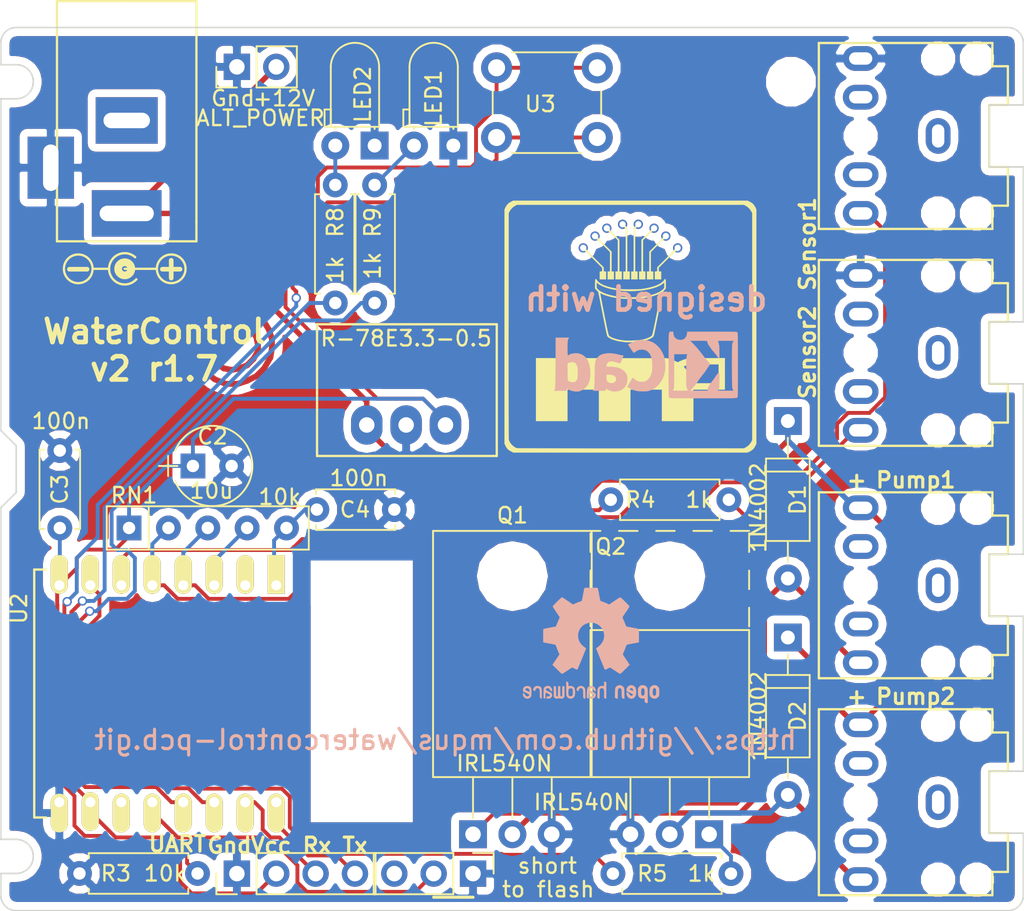
<source format=kicad_pcb>
(kicad_pcb (version 4) (host pcbnew 4.0.6)
  (title_block (title "P2-WaterControl v2") (date 2017-05-04) (rev 1.7))
  (layers (0 F.Cu signal) (31 B.Cu signal) (34 B.Paste user hide) (35 F.Paste user hide) (36 B.SilkS user) (37 F.SilkS user) (38 B.Mask user) (39 F.Mask user) (44 Edge.Cuts user))
  (net 0 "")
  (net 1 GNDREF)
  (net 2 "Net-(C4-Pad2)")
  (net 3 /GPIO0)
  (net 4 /RXD0)
  (net 5 /TXD0)
  (net 6 /ctl1)
  (net 7 /ctl2)
  (net 8 "Net-(Q1-Pad1)")
  (net 9 "Net-(Q2-Pad1)")
  (net 10 /ctl3)
  (net 11 /ctl4)
  (net 12 "Net-(J1-Pad3)")
  (net 13 "Net-(J2-Pad3)")
  (net 14 "Net-(J5-Pad1)")
  (net 15 "Net-(J5-Pad5)")
  (net 16 "Net-(J5-Pad4)")
  (net 17 "Net-(J6-Pad1)")
  (net 18 "Net-(J6-Pad5)")
  (net 19 "Net-(J6-Pad4)")
  (net 20 "Net-(J7-Pad1)")
  (net 21 "Net-(J7-Pad5)")
  (net 22 "Net-(J7-Pad4)")
  (net 23 "Net-(J8-Pad1)")
  (net 24 "Net-(J8-Pad5)")
  (net 25 "Net-(J8-Pad4)")
  (net 26 "Net-(U2-Pad2)")
  (net 27 +3V3)
  (net 28 /led2)
  (net 29 /led1)
  (net 30 "Net-(U2-Pad11)")
  (net 31 /pump1)
  (net 32 /pump2)
  (net 33 "Net-(LED1-Pad2)")
  (net 34 "Net-(LED2-Pad2)")
  (net 35 /wifi-sw)
  (net 36 +12V)
  (net 37 "Net-(RN1-Pad4)")
  (module Resistors_THT:R_Array_SIP5 (layer F.Cu) (at 38.28 52.3)
    (fp_text reference RN1 (at 0.32 -2.1) (layer F.SilkS))
    (fp_text value 10k (at 9.72 -2) (layer F.SilkS))
    (pad 1 thru_hole rect (at 0 0) (size 1.6 1.6) (drill 0.8) (layers *.Cu *.Mask) (net 27 +3V3))
    (pad 2 thru_hole oval (at 2.54 0) (size 1.6 1.6) (drill 0.8) (layers *.Cu *.Mask) (net 7 /ctl2))
    (pad 3 thru_hole oval (at 5.08 0) (size 1.6 1.6) (drill 0.8) (layers *.Cu *.Mask) (net 6 /ctl1))
    (pad 4 thru_hole oval (at 7.62 0) (size 1.6 1.6) (drill 0.8) (layers *.Cu *.Mask) (net 37 "Net-(RN1-Pad4)"))
    (pad 5 thru_hole oval (at 10.16 0) (size 1.6 1.6) (drill 0.8) (layers *.Cu *.Mask) (net 2 "Net-(C4-Pad2)"))
  )
  (module Symbols:Symbol_CreativeCommons_CopperTop_Type2_Small (layer F.Cu) (at 34 40.5)
    (fp_text reference REF** hide)
    (fp_text value Symbol_CreativeCommons_CopperTop_Type2_Small)
    (fp_line (start 1.7502 -0.9001) (end 1.65114 -0.99916) (layer F.Cu) (width 0.381))
    (fp_line (start 1.65114 -0.99916) (end 1.45048 -1.10076) (layer F.Cu) (width 0.381))
    (fp_line (start 1.45048 -1.10076) (end 1.15076 -1.10076) (layer F.Cu) (width 0.381))
    (fp_line (start 1.15076 -1.10076) (end 0.85104 -0.99916) (layer F.Cu) (width 0.381))
    (fp_line (start 0.85104 -0.99916) (end 0.65038 -0.60038) (layer F.Cu) (width 0.381))
    (fp_line (start 0.65038 -0.60038) (end 0.54878 -0.1) (layer F.Cu) (width 0.381))
    (fp_line (start 0.54878 -0.1) (end 0.54878 0.29878) (layer F.Cu) (width 0.381))
    (fp_line (start 0.54878 0.29878) (end 0.74944 0.7001) (layer F.Cu) (width 0.381))
    (fp_line (start 0.74944 0.7001) (end 1.15076 0.90076) (layer F.Cu) (width 0.381))
    (fp_line (start 1.15076 0.90076) (end 1.34888 0.90076) (layer F.Cu) (width 0.381))
    (fp_line (start 1.34888 0.90076) (end 1.65114 0.90076) (layer F.Cu) (width 0.381))
    (fp_line (start 1.65114 0.90076) (end 1.7502 0.7001) (layer F.Cu) (width 0.381))
    (fp_line (start -0.24878 -0.9001) (end -0.35038 -0.99916) (layer F.Cu) (width 0.381))
    (fp_line (start -0.35038 -0.99916) (end -0.6501 -1.10076) (layer F.Cu) (width 0.381))
    (fp_line (start -0.6501 -1.10076) (end -1.04888 -0.99916) (layer F.Cu) (width 0.381))
    (fp_line (start -1.04888 -0.99916) (end -1.35114 -0.80104) (layer F.Cu) (width 0.381))
    (fp_line (start -1.35114 -0.80104) (end -1.4502 -0.39972) (layer F.Cu) (width 0.381))
    (fp_line (start -1.4502 -0.39972) (end -1.4502 -0.00094) (layer F.Cu) (width 0.381))
    (fp_line (start -1.4502 -0.00094) (end -1.35114 0.49944) (layer F.Cu) (width 0.381))
    (fp_line (start -1.35114 0.49944) (end -1.15048 0.79916) (layer F.Cu) (width 0.381))
    (fp_line (start -1.15048 0.79916) (end -0.85076 0.90076) (layer F.Cu) (width 0.381))
    (fp_line (start -0.85076 0.90076) (end -0.44944 0.90076) (layer F.Cu) (width 0.381))
    (fp_line (start -0.44944 0.90076) (end -0.24878 0.7001) (layer F.Cu) (width 0.381))
    (fp_line (start 0.15 -2.59936) (end 0.05094 -2.59936) (layer F.Cu) (width 0.381))
    (fp_line (start 0.05094 -2.59936) (end -0.55104 -2.5003) (layer F.Cu) (width 0.381))
    (fp_line (start -0.55104 -2.5003) (end -1.04888 -2.29964) (layer F.Cu) (width 0.381))
    (fp_line (start -1.04888 -2.29964) (end -1.54926 -1.90086) (layer F.Cu) (width 0.381))
    (fp_line (start -1.54926 -1.90086) (end -2.04964 -1.29888) (layer F.Cu) (width 0.381))
    (fp_line (start -2.04964 -1.29888) (end -2.2503 -0.9001) (layer F.Cu) (width 0.381))
    (fp_line (start -2.2503 -0.9001) (end -2.34936 -0.39972) (layer F.Cu) (width 0.381))
    (fp_line (start -2.34936 -0.39972) (end -2.34936 0.19972) (layer F.Cu) (width 0.381))
    (fp_line (start -2.34936 0.19972) (end -2.15124 0.99982) (layer F.Cu) (width 0.381))
    (fp_line (start -2.15124 0.99982) (end -1.54926 1.70086) (layer F.Cu) (width 0.381))
    (fp_line (start -1.54926 1.70086) (end -1.04888 2.09964) (layer F.Cu) (width 0.381))
    (fp_line (start -1.04888 2.09964) (end -0.35038 2.39936) (layer F.Cu) (width 0.381))
    (fp_line (start -0.35038 2.39936) (end 0.44972 2.39936) (layer F.Cu) (width 0.381))
    (fp_line (start 0.44972 2.39936) (end 1.04916 2.20124) (layer F.Cu) (width 0.381))
    (fp_line (start 1.04916 2.20124) (end 1.65114 1.89898) (layer F.Cu) (width 0.381))
    (fp_line (start 1.65114 1.89898) (end 2.14898 1.40114) (layer F.Cu) (width 0.381))
    (fp_line (start 2.14898 1.40114) (end 2.5503 0.7001) (layer F.Cu) (width 0.381))
    (fp_line (start 2.5503 0.7001) (end 2.64936 0.10066) (layer F.Cu) (width 0.381))
    (fp_line (start 2.64936 0.10066) (end 2.64936 -0.49878) (layer F.Cu) (width 0.381))
    (fp_line (start 2.64936 -0.49878) (end 2.45124 -1.10076) (layer F.Cu) (width 0.381))
    (fp_line (start 2.45124 -1.10076) (end 2.14898 -1.60114) (layer F.Cu) (width 0.381))
    (fp_line (start 2.14898 -1.60114) (end 1.65114 -2.09898) (layer F.Cu) (width 0.381))
    (fp_line (start 1.65114 -2.09898) (end 1.15076 -2.40124) (layer F.Cu) (width 0.381))
    (fp_line (start 1.15076 -2.40124) (end 0.74944 -2.5003) (layer F.Cu) (width 0.381))
    (fp_line (start 0.74944 -2.5003) (end 0.15 -2.59936) (layer F.Cu) (width 0.381))
  )
  (module Symbols:Symbol_CC-ShareAlike_CopperTop_Small (layer F.Cu) (at 45 40.5)
    (fp_text reference REF** hide)
    (fp_text value Symbol_CC-ShareAlike_CopperTop_Small)
    (fp_line (start -1.09982 1.19888) (end -0.59944 1.50114) (layer F.Cu) (width 0.381))
    (fp_line (start -0.59944 1.50114) (end -0.09906 1.6002) (layer F.Cu) (width 0.381))
    (fp_line (start -0.09906 1.6002) (end 0.39878 1.50114) (layer F.Cu) (width 0.381))
    (fp_line (start 0.39878 1.50114) (end 0.89916 1.30048) (layer F.Cu) (width 0.381))
    (fp_line (start 0.89916 1.30048) (end 1.30048 0.89916) (layer F.Cu) (width 0.381))
    (fp_line (start 1.30048 0.89916) (end 1.6002 0.39878) (layer F.Cu) (width 0.381))
    (fp_line (start 1.6002 0.39878) (end 1.6002 0) (layer F.Cu) (width 0.381))
    (fp_line (start 1.6002 0) (end 1.50114 -0.50038) (layer F.Cu) (width 0.381))
    (fp_line (start 1.50114 -0.50038) (end 1.19888 -1.00076) (layer F.Cu) (width 0.381))
    (fp_line (start 1.19888 -1.00076) (end 0.89916 -1.30048) (layer F.Cu) (width 0.381))
    (fp_line (start 0.89916 -1.30048) (end 0.29972 -1.6002) (layer F.Cu) (width 0.381))
    (fp_line (start 0.29972 -1.6002) (end -0.09906 -1.6002) (layer F.Cu) (width 0.381))
    (fp_line (start -0.09906 -1.6002) (end -0.50038 -1.50114) (layer F.Cu) (width 0.381))
    (fp_line (start -0.50038 -1.50114) (end -1.00076 -1.30048) (layer F.Cu) (width 0.381))
    (fp_line (start 0 -2.49936) (end -0.09906 -2.49936) (layer F.Cu) (width 0.381))
    (fp_line (start -0.09906 -2.49936) (end -0.70104 -2.4003) (layer F.Cu) (width 0.381))
    (fp_line (start -0.70104 -2.4003) (end -1.19888 -2.19964) (layer F.Cu) (width 0.381))
    (fp_line (start -1.19888 -2.19964) (end -1.69926 -1.80086) (layer F.Cu) (width 0.381))
    (fp_line (start -1.69926 -1.80086) (end -2.19964 -1.19888) (layer F.Cu) (width 0.381))
    (fp_line (start -2.19964 -1.19888) (end -2.4003 -0.8001) (layer F.Cu) (width 0.381))
    (fp_line (start -2.4003 -0.8001) (end -2.49936 -0.29972) (layer F.Cu) (width 0.381))
    (fp_line (start -2.49936 -0.29972) (end -2.49936 0.29972) (layer F.Cu) (width 0.381))
    (fp_line (start -2.49936 0.29972) (end -2.30124 1.09982) (layer F.Cu) (width 0.381))
    (fp_line (start -2.30124 1.09982) (end -1.69926 1.80086) (layer F.Cu) (width 0.381))
    (fp_line (start -1.69926 1.80086) (end -1.19888 2.19964) (layer F.Cu) (width 0.381))
    (fp_line (start -1.19888 2.19964) (end -0.50038 2.49936) (layer F.Cu) (width 0.381))
    (fp_line (start -0.50038 2.49936) (end 0.29972 2.49936) (layer F.Cu) (width 0.381))
    (fp_line (start 0.29972 2.49936) (end 0.89916 2.30124) (layer F.Cu) (width 0.381))
    (fp_line (start 0.89916 2.30124) (end 1.50114 1.99898) (layer F.Cu) (width 0.381))
    (fp_line (start 1.50114 1.99898) (end 1.99898 1.50114) (layer F.Cu) (width 0.381))
    (fp_line (start 1.99898 1.50114) (end 2.4003 0.8001) (layer F.Cu) (width 0.381))
    (fp_line (start 2.4003 0.8001) (end 2.49936 0.20066) (layer F.Cu) (width 0.381))
    (fp_line (start 2.49936 0.20066) (end 2.49936 -0.39878) (layer F.Cu) (width 0.381))
    (fp_line (start 2.49936 -0.39878) (end 2.30124 -1.00076) (layer F.Cu) (width 0.381))
    (fp_line (start 2.30124 -1.00076) (end 1.99898 -1.50114) (layer F.Cu) (width 0.381))
    (fp_line (start 1.99898 -1.50114) (end 1.50114 -1.99898) (layer F.Cu) (width 0.381))
    (fp_line (start 1.50114 -1.99898) (end 1.00076 -2.30124) (layer F.Cu) (width 0.381))
    (fp_line (start 1.00076 -2.30124) (end 0.59944 -2.4003) (layer F.Cu) (width 0.381))
    (fp_line (start 0.59944 -2.4003) (end 0 -2.49936) (layer F.Cu) (width 0.381))
  )
  (module Symbols:Symbol_CC-Attribution_CopperTop_Small (layer F.Cu) (at 39.5 40.5)
    (fp_text reference REF** hide)
    (fp_text value Symbol_CC-Attribution_CopperTop_Small)
    (fp_line (start 0 -1.89992) (end 0 -1.50114) (layer F.Cu) (width 0.381))
    (fp_line (start -0.70104 -0.70104) (end 0.59944 -0.70104) (layer F.Cu) (width 0.381))
    (fp_line (start 0.50038 -0.39878) (end -0.70104 -0.39878) (layer F.Cu) (width 0.381))
    (fp_line (start -0.8001 -0.09906) (end 0.50038 -0.09906) (layer F.Cu) (width 0.381))
    (fp_line (start 0 0.29972) (end 0 1.6002) (layer F.Cu) (width 0.381))
    (fp_line (start 0.09906 1.80086) (end 0.29972 1.80086) (layer F.Cu) (width 0.381))
    (fp_line (start 0.29972 1.80086) (end 0.29972 0.20066) (layer F.Cu) (width 0.381))
    (fp_line (start -0.29972 0.29972) (end -0.29972 1.80086) (layer F.Cu) (width 0.381))
    (fp_line (start -0.29972 1.80086) (end 0.20066 1.80086) (layer F.Cu) (width 0.381))
    (fp_line (start -0.8001 -1.00076) (end 0.70104 -1.00076) (layer F.Cu) (width 0.381))
    (fp_line (start 0.70104 -1.00076) (end 0.70104 0.20066) (layer F.Cu) (width 0.381))
    (fp_line (start 0.70104 0.20066) (end -0.8001 0.20066) (layer F.Cu) (width 0.381))
    (fp_line (start -0.8001 0.20066) (end -0.8001 -1.00076) (layer F.Cu) (width 0.381))
    (fp_circle (center 0 -1.69926) (end 0.09906 -1.39954) (layer F.Cu) (width 0.381))
    (fp_line (start 0 -2.49936) (end -0.09906 -2.49936) (layer F.Cu) (width 0.381))
    (fp_line (start -0.09906 -2.49936) (end -0.70104 -2.4003) (layer F.Cu) (width 0.381))
    (fp_line (start -0.70104 -2.4003) (end -1.19888 -2.19964) (layer F.Cu) (width 0.381))
    (fp_line (start -1.19888 -2.19964) (end -1.69926 -1.80086) (layer F.Cu) (width 0.381))
    (fp_line (start -1.69926 -1.80086) (end -2.19964 -1.19888) (layer F.Cu) (width 0.381))
    (fp_line (start -2.19964 -1.19888) (end -2.4003 -0.8001) (layer F.Cu) (width 0.381))
    (fp_line (start -2.4003 -0.8001) (end -2.49936 -0.29972) (layer F.Cu) (width 0.381))
    (fp_line (start -2.49936 -0.29972) (end -2.49936 0.29972) (layer F.Cu) (width 0.381))
    (fp_line (start -2.49936 0.29972) (end -2.30124 1.09982) (layer F.Cu) (width 0.381))
    (fp_line (start -2.30124 1.09982) (end -1.69926 1.80086) (layer F.Cu) (width 0.381))
    (fp_line (start -1.69926 1.80086) (end -1.19888 2.19964) (layer F.Cu) (width 0.381))
    (fp_line (start -1.19888 2.19964) (end -0.50038 2.49936) (layer F.Cu) (width 0.381))
    (fp_line (start -0.50038 2.49936) (end 0.29972 2.49936) (layer F.Cu) (width 0.381))
    (fp_line (start 0.29972 2.49936) (end 0.89916 2.30124) (layer F.Cu) (width 0.381))
    (fp_line (start 0.89916 2.30124) (end 1.50114 1.99898) (layer F.Cu) (width 0.381))
    (fp_line (start 1.50114 1.99898) (end 1.99898 1.50114) (layer F.Cu) (width 0.381))
    (fp_line (start 1.99898 1.50114) (end 2.4003 0.8001) (layer F.Cu) (width 0.381))
    (fp_line (start 2.4003 0.8001) (end 2.49936 0.20066) (layer F.Cu) (width 0.381))
    (fp_line (start 2.49936 0.20066) (end 2.49936 -0.39878) (layer F.Cu) (width 0.381))
    (fp_line (start 2.49936 -0.39878) (end 2.30124 -1.00076) (layer F.Cu) (width 0.381))
    (fp_line (start 2.30124 -1.00076) (end 1.99898 -1.50114) (layer F.Cu) (width 0.381))
    (fp_line (start 1.99898 -1.50114) (end 1.50114 -1.99898) (layer F.Cu) (width 0.381))
    (fp_line (start 1.50114 -1.99898) (end 1.00076 -2.30124) (layer F.Cu) (width 0.381))
    (fp_line (start 1.00076 -2.30124) (end 0.59944 -2.4003) (layer F.Cu) (width 0.381))
    (fp_line (start 0.59944 -2.4003) (end 0 -2.49936) (layer F.Cu) (width 0.381))
  )
  (module Symbols:OSHW-Logo2_9.8x8mm_SilkScreen (layer B.Cu) (at 68.1 59.878 180)
    (fp_text reference REF*** hide)
    (fp_text value OSHW-Logo2_9.8x8mm_SilkScreen hide)
  )
  (module Symbols:Symbol_KiCAD-Logo_CopperAndSilkScreenTop (layer B.Cu) (at 71.656 41.59 180)
    (fp_text reference REF** hide)
    (fp_text value "KiCAD Logo" hide)
  )
  (module Symbols:Symbol_Barrel_Polarity (layer F.Cu) (at 38 35.5)
    (fp_text reference REF** hide)
    (fp_text value Symbol_Barrel_Polarity)
  )
  (module TO_SOT_Packages_THT:TO-220_Horizontal_Reversed (layer F.Cu) (at 75.72 72.07 180)
    (fp_text reference Q2 (at 6.35 18.565 180) (layer F.SilkS))
    (fp_text value IRL540N (at 8.22 2.07 180) (layer F.SilkS))
    (pad 0 np_thru_hole oval (at 2.54 16.66 180) (size 3.5 3.5) (drill 3.5) (layers *.Cu *.Mask))
    (pad 1 thru_hole rect (at 0 0 180) (size 1.8 1.8) (drill 1) (layers *.Cu *.Mask) (net 9 "Net-(Q2-Pad1)"))
    (pad 2 thru_hole oval (at 2.54 0 180) (size 1.8 1.8) (drill 1) (layers *.Cu *.Mask) (net 32 /pump2))
    (pad 3 thru_hole oval (at 5.08 0 180) (size 1.8 1.8) (drill 1) (layers *.Cu *.Mask) (net 1 GNDREF))
  )
  (module TO_SOT_Packages_THT:TO-220_Horizontal (layer F.Cu) (at 60.48 72.07)
    (fp_text reference Q1 (at 2.54 -20.58) (layer F.SilkS))
    (fp_text value IRL540N (at 2.02 -4.57) (layer F.SilkS))
    (pad 0 np_thru_hole oval (at 2.54 -16.66) (size 3.5 3.5) (drill 3.5) (layers *.Cu *.Mask))
    (pad 1 thru_hole rect (at 0 0) (size 1.8 1.8) (drill 1) (layers *.Cu *.Mask) (net 8 "Net-(Q1-Pad1)"))
    (pad 2 thru_hole oval (at 2.54 0) (size 1.8 1.8) (drill 1) (layers *.Cu *.Mask) (net 31 /pump1))
    (pad 3 thru_hole oval (at 5.08 0) (size 1.8 1.8) (drill 1) (layers *.Cu *.Mask) (net 1 GNDREF))
  )
  (module Mounting_Holes:MountingHole_2.2mm_M2_DIN965 (layer F.Cu) (at 81 73.5)
    (fp_text reference REF** hide)
    (fp_text value MountingHole_2.2mm_M2_DIN965)
    (pad 1 np_thru_hole circle (at 0 0) (size 2.2 2.2) (drill 2.2) (layers *.Cu *.Mask))
  )
  (module Mounting_Holes:MountingHole_2.2mm_M2_DIN965 (layer F.Cu) (at 81 23.5)
    (fp_text reference REF** hide)
    (fp_text value MountingHole_2.2mm_M2_DIN965)
    (pad 1 np_thru_hole circle (at 0 0) (size 2.2 2.2) (drill 2.2) (layers *.Cu *.Mask))
  )
  (module myfootprints:Barrel_Jack_5.5_2.1mm (layer F.Cu) (at 38.128 26 270)
    (fp_text reference J1)
    (fp_text value BARREL_JACK hide)
    (pad 3 thru_hole rect (at 0 0 270) (size 3 4) (drill oval 1 3) (layers *.Cu *.Mask) (net 12 "Net-(J1-Pad3)"))
    (pad 2 thru_hole rect (at 3.05 4.9 270) (size 4 3) (drill oval 3 1) (layers *.Cu *.Mask) (net 1 GNDREF))
    (pad 1 thru_hole rect (at 6 0 270) (size 3 4.5) (drill oval 1 3.5) (layers *.Cu *.Mask) (net 36 +12V))
  )
  (module Resistors_THT:R_Axial_DIN0207_L6.3mm_D2.5mm_P7.62mm_Horizontal (layer F.Cu) (at 77.12863 74.61 180)
    (fp_text reference R5 (at 5.08 0 180) (layer F.SilkS))
    (fp_text value 1k (at 1.905 0 180) (layer F.SilkS))
    (pad 1 thru_hole circle (at 0 0 180) (size 1.6 1.6) (drill 0.8) (layers *.Cu *.Mask) (net 9 "Net-(Q2-Pad1)"))
    (pad 2 thru_hole oval (at 7.62 0 180) (size 1.6 1.6) (drill 0.8) (layers *.Cu *.Mask) (net 11 /ctl4))
  )
  (module Resistors_THT:R_Axial_DIN0207_L6.3mm_D2.5mm_P7.62mm_Horizontal (layer F.Cu) (at 76.99 50.48 180)
    (fp_text reference R4 (at 5.715 0 180) (layer F.SilkS))
    (fp_text value 1k (at 1.905 0 180) (layer F.SilkS))
    (pad 1 thru_hole circle (at 0 0 180) (size 1.6 1.6) (drill 0.8) (layers *.Cu *.Mask) (net 8 "Net-(Q1-Pad1)"))
    (pad 2 thru_hole oval (at 7.62 0 180) (size 1.6 1.6) (drill 0.8) (layers *.Cu *.Mask) (net 10 /ctl3))
  )
  (module Resistors_THT:R_Axial_DIN0207_L6.3mm_D2.5mm_P7.62mm_Horizontal (layer F.Cu) (at 35.08 74.6)
    (fp_text reference R3 (at 2.35 0) (layer F.SilkS))
    (fp_text value 10k (at 5.525 0) (layer F.SilkS))
    (pad 1 thru_hole circle (at 0 0) (size 1.6 1.6) (drill 0.8) (layers *.Cu *.Mask) (net 1 GNDREF))
    (pad 2 thru_hole oval (at 7.62 0) (size 1.6 1.6) (drill 0.8) (layers *.Cu *.Mask) (net 35 /wifi-sw))
  )
  (module Pin_Headers:Pin_Header_Straight_1x02_Pitch2.54mm (layer F.Cu) (at 45.24 22.54 90)
    (fp_text reference J4)
    (fp_text value ALT_POWER (at -3.302 1.524 180) (layer F.SilkS))
    (pad 1 thru_hole rect (at 0 0 90) (size 1.7 1.7) (drill 1) (layers *.Cu *.Mask) (net 1 GNDREF))
    (pad 2 thru_hole oval (at 0 2.54 90) (size 1.7 1.7) (drill 1) (layers *.Cu *.Mask) (net 36 +12V))
  )
  (module Pin_Headers:Pin_Header_Straight_1x04_Pitch2.54mm (layer F.Cu) (at 45.24 74.61 90)
    (fp_text reference J3 hide)
    (fp_text value UART)
    (pad 1 thru_hole rect (at 0 0 90) (size 1.7 1.7) (drill 1) (layers *.Cu *.Mask) (net 1 GNDREF))
    (pad 2 thru_hole oval (at 0 2.54 90) (size 1.7 1.7) (drill 1) (layers *.Cu *.Mask) (net 27 +3V3))
    (pad 3 thru_hole oval (at 0 5.08 90) (size 1.7 1.7) (drill 1) (layers *.Cu *.Mask) (net 4 /RXD0))
    (pad 4 thru_hole oval (at 0 7.62 90) (size 1.7 1.7) (drill 1) (layers *.Cu *.Mask) (net 5 /TXD0))
  )
  (module Pin_Headers:Pin_Header_Straight_1x03_Pitch2.54mm (layer F.Cu) (at 60.48 74.61 270)
    (fp_text reference J2 hide)
    (fp_text value FLASH_JMP)
    (pad 1 thru_hole rect (at 0 0 270) (size 1.7 1.7) (drill 1) (layers *.Cu *.Mask) (net 1 GNDREF))
    (pad 2 thru_hole oval (at 0 2.54 270) (size 1.7 1.7) (drill 1) (layers *.Cu *.Mask) (net 3 /GPIO0))
    (pad 3 thru_hole oval (at 0 5.08 270) (size 1.7 1.7) (drill 1) (layers *.Cu *.Mask) (net 13 "Net-(J2-Pad3)"))
  )
  (module Diodes_THT:D_A-405_P10.16mm_Horizontal (layer F.Cu) (at 80.8 59.37 270)
    (fp_text reference D2 (at 5.08 -0.635 270) (layer F.SilkS))
    (fp_text value 1N4002 (at 5.08 1.905 270) (layer F.SilkS))
    (pad 1 thru_hole rect (at 0 0 270) (size 1.8 1.8) (drill 0.9) (layers *.Cu *.Mask) (net 36 +12V))
    (pad 2 thru_hole oval (at 10.16 0 270) (size 1.8 1.8) (drill 0.9) (layers *.Cu *.Mask) (net 32 /pump2))
  )
  (module Capacitors_THT:C_Disc_D5.0mm_W2.5mm_P5.00mm (layer F.Cu) (at 55.4 51.115 180)
    (fp_text reference C4 (at 2.54 0 180) (layer F.SilkS))
    (fp_text value 100n (at 2.286 2.032 180) (layer F.SilkS))
    (pad 1 thru_hole circle (at 0 0 180) (size 1.6 1.6) (drill 0.8) (layers *.Cu *.Mask) (net 1 GNDREF))
    (pad 2 thru_hole circle (at 5 0 180) (size 1.6 1.6) (drill 0.8) (layers *.Cu *.Mask) (net 2 "Net-(C4-Pad2)"))
  )
  (module Capacitors_THT:C_Disc_D5.0mm_W2.5mm_P5.00mm (layer F.Cu) (at 33.81 47.305 270)
    (fp_text reference C3 (at 2.5 0 270) (layer F.SilkS))
    (fp_text value 100n (at -1.905 -0.075 360) (layer F.SilkS))
    (pad 1 thru_hole circle (at 0 0 270) (size 1.6 1.6) (drill 0.8) (layers *.Cu *.Mask) (net 1 GNDREF))
    (pad 2 thru_hole circle (at 5 0 270) (size 1.6 1.6) (drill 0.8) (layers *.Cu *.Mask) (net 27 +3V3))
  )
  (module Capacitors_THT:CP_Radial_Tantal_D5.0mm_P2.50mm (layer F.Cu) (at 42.4 48.3)
    (fp_text reference C2 (at 1.27 -1.905 180) (layer F.SilkS))
    (fp_text value 10u (at 1.2 1.6) (layer F.SilkS))
    (pad 1 thru_hole rect (at 0 0) (size 1.6 1.6) (drill 0.8) (layers *.Cu *.Mask) (net 27 +3V3))
    (pad 2 thru_hole circle (at 2.5 0) (size 1.6 1.6) (drill 0.8) (layers *.Cu *.Mask) (net 1 GNDREF))
  )
  (module Diodes_THT:D_A-405_P10.16mm_Horizontal (layer F.Cu) (at 80.8 45.4 270)
    (fp_text reference D1 (at 5.08 -0.635 270) (layer F.SilkS))
    (fp_text value 1N4002 (at 5.588 1.905 270) (layer F.SilkS))
    (pad 1 thru_hole rect (at 0 0 270) (size 1.8 1.8) (drill 0.9) (layers *.Cu *.Mask) (net 36 +12V))
    (pad 2 thru_hole oval (at 10.16 0 270) (size 1.8 1.8) (drill 0.9) (layers *.Cu *.Mask) (net 31 /pump1))
  )
  (module mylogos:mr_edge_pcbpot (layer F.Cu) (at 70.64 39.304)
    (fp_text reference G*** hide)
    (fp_text value MR_EDGE_PCBPOT hide)
  )
  (module Resistors_THT:R_Axial_DIN0207_L6.3mm_D2.5mm_P7.62mm_Horizontal (layer F.Cu) (at 51.59 37.78 90)
    (fp_text reference R8 (at 5.207 0 90) (layer F.SilkS))
    (fp_text value 1k (at 2.159 0 90) (layer F.SilkS))
    (pad 1 thru_hole circle (at 0 0 90) (size 1.6 1.6) (drill 0.8) (layers *.Cu *.Mask) (net 28 /led2))
    (pad 2 thru_hole oval (at 7.62 0 90) (size 1.6 1.6) (drill 0.8) (layers *.Cu *.Mask) (net 34 "Net-(LED2-Pad2)"))
  )
  (module Resistors_THT:R_Axial_DIN0207_L6.3mm_D2.5mm_P7.62mm_Horizontal (layer F.Cu) (at 54.13 37.78 90)
    (fp_text reference R9 (at 5.207 -0.127 90) (layer F.SilkS))
    (fp_text value 1k (at 2.413 -0.127 90) (layer F.SilkS))
    (pad 1 thru_hole circle (at 0 0 90) (size 1.6 1.6) (drill 0.8) (layers *.Cu *.Mask) (net 29 /led1))
    (pad 2 thru_hole oval (at 7.62 0 90) (size 1.6 1.6) (drill 0.8) (layers *.Cu *.Mask) (net 33 "Net-(LED1-Pad2)"))
  )
  (module Buttons_Switches_THT:SW_PUSH_6mm (layer F.Cu) (at 68.5 27.1 180)
    (fp_text reference U3 (at 3.683 2.159 180) (layer F.SilkS))
    (fp_text value Switch)
    (pad 2 thru_hole circle (at 0 4.5 270) (size 2 2) (drill 1.1) (layers *.Cu *.Mask) (net 27 +3V3))
    (pad 1 thru_hole circle (at 0 0 270) (size 2 2) (drill 1.1) (layers *.Cu *.Mask) (net 35 /wifi-sw))
    (pad 2 thru_hole circle (at 6.5 4.5 270) (size 2 2) (drill 1.1) (layers *.Cu *.Mask) (net 27 +3V3))
    (pad 1 thru_hole circle (at 6.5 0 270) (size 2 2) (drill 1.1) (layers *.Cu *.Mask) (net 35 /wifi-sw))
  )
  (module myfootprints:3.5mm_5pin_jack (layer F.Cu) (at 90.5 56 180)
    (fp_text reference J7)
    (fp_text value jack-3.5mm-5pin)
    (pad "" np_thru_hole circle (at 5 0 180) (size 1.2 1.2) (drill 1.2) (layers *.Cu))
    (pad "" np_thru_hole circle (at 0 5 180) (size 1.2 1.2) (drill 1.2) (layers *.Cu))
    (pad "" np_thru_hole circle (at -2.5 5 180) (size 1.2 1.2) (drill 1.2) (layers *.Cu))
    (pad "" np_thru_hole circle (at 0 -5 180) (size 1.2 1.2) (drill 1.2) (layers *.Cu))
    (pad 1 thru_hole oval (at 0 0 180) (size 1.6 2.3) (drill oval 0.8 1.5) (layers *.Cu *.Mask) (net 20 "Net-(J7-Pad1)"))
    (pad 3 thru_hole oval (at 5 -5 180) (size 2.3 1.6) (drill oval 1.5 0.8) (layers *.Cu *.Mask) (net 31 /pump1))
    (pad 5 thru_hole oval (at 5 -2.5 180) (size 2.3 1.6) (drill oval 1.5 0.8) (layers *.Cu *.Mask) (net 21 "Net-(J7-Pad5)"))
    (pad 4 thru_hole oval (at 5 2.5 180) (size 2.3 1.6) (drill oval 1.5 0.8) (layers *.Cu *.Mask) (net 22 "Net-(J7-Pad4)"))
    (pad 2 thru_hole oval (at 5 5 180) (size 2.3 1.6) (drill oval 1.5 0.8) (layers *.Cu *.Mask) (net 36 +12V))
    (pad "" np_thru_hole circle (at -2.5 -5 180) (size 1.2 1.2) (drill 1.2) (layers *.Cu))
  )
  (module myfootprints:3.5mm_5pin_jack (layer F.Cu) (at 90.5 27 180)
    (fp_text reference J5)
    (fp_text value jack-3.5mm-5pin)
    (pad "" np_thru_hole circle (at 5 0 180) (size 1.2 1.2) (drill 1.2) (layers *.Cu))
    (pad "" np_thru_hole circle (at 0 5 180) (size 1.2 1.2) (drill 1.2) (layers *.Cu))
    (pad "" np_thru_hole circle (at -2.5 5 180) (size 1.2 1.2) (drill 1.2) (layers *.Cu))
    (pad "" np_thru_hole circle (at 0 -5 180) (size 1.2 1.2) (drill 1.2) (layers *.Cu))
    (pad 1 thru_hole oval (at 0 0 180) (size 1.6 2.3) (drill oval 0.8 1.5) (layers *.Cu *.Mask) (net 14 "Net-(J5-Pad1)"))
    (pad 3 thru_hole oval (at 5 -5 180) (size 2.3 1.6) (drill oval 1.5 0.8) (layers *.Cu *.Mask) (net 6 /ctl1))
    (pad 5 thru_hole oval (at 5 -2.5 180) (size 2.3 1.6) (drill oval 1.5 0.8) (layers *.Cu *.Mask) (net 15 "Net-(J5-Pad5)"))
    (pad 4 thru_hole oval (at 5 2.5 180) (size 2.3 1.6) (drill oval 1.5 0.8) (layers *.Cu *.Mask) (net 16 "Net-(J5-Pad4)"))
    (pad 2 thru_hole oval (at 5 5 180) (size 2.3 1.6) (drill oval 1.5 0.8) (layers *.Cu *.Mask) (net 1 GNDREF))
    (pad "" np_thru_hole circle (at -2.5 -5 180) (size 1.2 1.2) (drill 1.2) (layers *.Cu))
  )
  (module myfootprints:3.5mm_5pin_jack (layer F.Cu) (at 90.5 41 180)
    (fp_text reference J6)
    (fp_text value jack-3.5mm-5pin)
    (pad "" np_thru_hole circle (at 5 0 180) (size 1.2 1.2) (drill 1.2) (layers *.Cu))
    (pad "" np_thru_hole circle (at 0 5 180) (size 1.2 1.2) (drill 1.2) (layers *.Cu))
    (pad "" np_thru_hole circle (at -2.5 5 180) (size 1.2 1.2) (drill 1.2) (layers *.Cu))
    (pad "" np_thru_hole circle (at 0 -5 180) (size 1.2 1.2) (drill 1.2) (layers *.Cu))
    (pad 1 thru_hole oval (at 0 0 180) (size 1.6 2.3) (drill oval 0.8 1.5) (layers *.Cu *.Mask) (net 17 "Net-(J6-Pad1)"))
    (pad 3 thru_hole oval (at 5 -5 180) (size 2.3 1.6) (drill oval 1.5 0.8) (layers *.Cu *.Mask) (net 7 /ctl2))
    (pad 5 thru_hole oval (at 5 -2.5 180) (size 2.3 1.6) (drill oval 1.5 0.8) (layers *.Cu *.Mask) (net 18 "Net-(J6-Pad5)"))
    (pad 4 thru_hole oval (at 5 2.5 180) (size 2.3 1.6) (drill oval 1.5 0.8) (layers *.Cu *.Mask) (net 19 "Net-(J6-Pad4)"))
    (pad 2 thru_hole oval (at 5 5 180) (size 2.3 1.6) (drill oval 1.5 0.8) (layers *.Cu *.Mask) (net 1 GNDREF))
    (pad "" np_thru_hole circle (at -2.5 -5 180) (size 1.2 1.2) (drill 1.2) (layers *.Cu))
  )
  (module myfootprints:3.5mm_5pin_jack (layer F.Cu) (at 90.5 70 180)
    (fp_text reference J8)
    (fp_text value jack-3.5mm-5pin)
    (pad "" np_thru_hole circle (at 5 0 180) (size 1.2 1.2) (drill 1.2) (layers *.Cu))
    (pad "" np_thru_hole circle (at 0 5 180) (size 1.2 1.2) (drill 1.2) (layers *.Cu))
    (pad "" np_thru_hole circle (at -2.5 5 180) (size 1.2 1.2) (drill 1.2) (layers *.Cu))
    (pad "" np_thru_hole circle (at 0 -5 180) (size 1.2 1.2) (drill 1.2) (layers *.Cu))
    (pad 1 thru_hole oval (at 0 0 180) (size 1.6 2.3) (drill oval 0.8 1.5) (layers *.Cu *.Mask) (net 23 "Net-(J8-Pad1)"))
    (pad 3 thru_hole oval (at 5 -5 180) (size 2.3 1.6) (drill oval 1.5 0.8) (layers *.Cu *.Mask) (net 32 /pump2))
    (pad 5 thru_hole oval (at 5 -2.5 180) (size 2.3 1.6) (drill oval 1.5 0.8) (layers *.Cu *.Mask) (net 24 "Net-(J8-Pad5)"))
    (pad 4 thru_hole oval (at 5 2.5 180) (size 2.3 1.6) (drill oval 1.5 0.8) (layers *.Cu *.Mask) (net 25 "Net-(J8-Pad4)"))
    (pad 2 thru_hole oval (at 5 5 180) (size 2.3 1.6) (drill oval 1.5 0.8) (layers *.Cu *.Mask) (net 36 +12V))
    (pad "" np_thru_hole circle (at -2.5 -5 180) (size 1.2 1.2) (drill 1.2) (layers *.Cu))
  )
  (module esp8266:ESP-12 (layer F.Cu) (at 47.78 56 270)
    (fp_text reference U2 (at 1.5 16.6 270) (layer F.SilkS))
    (fp_text value ESP-12)
    (pad 1 thru_hole rect (at 0 0 270) (size 2.5 1.1) (drill 0.65 (offset -0.7 0)) (layers *.Cu *.Mask F.SilkS) (net 2 "Net-(C4-Pad2)"))
    (pad 2 thru_hole oval (at 0 2 270) (size 2.5 1.1) (drill 0.65 (offset -0.7 0)) (layers *.Cu *.Mask F.SilkS) (net 26 "Net-(U2-Pad2)"))
    (pad 3 thru_hole oval (at 0 4 270) (size 2.5 1.1) (drill 0.65 (offset -0.7 0)) (layers *.Cu *.Mask F.SilkS) (net 37 "Net-(RN1-Pad4)"))
    (pad 4 thru_hole oval (at 0 6 270) (size 2.5 1.1) (drill 0.65 (offset -0.7 0)) (layers *.Cu *.Mask F.SilkS) (net 6 /ctl1))
    (pad 5 thru_hole oval (at 0 8 270) (size 2.5 1.1) (drill 0.65 (offset -0.7 0)) (layers *.Cu *.Mask F.SilkS) (net 7 /ctl2))
    (pad 6 thru_hole oval (at 0 10 270) (size 2.5 1.1) (drill 0.65 (offset -0.7 0)) (layers *.Cu *.Mask F.SilkS) (net 10 /ctl3))
    (pad 7 thru_hole oval (at 0 12 270) (size 2.5 1.1) (drill 0.65 (offset -0.7 0)) (layers *.Cu *.Mask F.SilkS) (net 11 /ctl4))
    (pad 8 thru_hole oval (at 0 14 270) (size 2.5 1.1) (drill 0.65 (offset -0.7 0)) (layers *.Cu *.Mask F.SilkS) (net 27 +3V3))
    (pad 9 thru_hole oval (at 14 14 270) (size 2.5 1.1) (drill 0.65 (offset 0.7 0)) (layers *.Cu *.Mask F.SilkS) (net 1 GNDREF))
    (pad 10 thru_hole oval (at 14 12 270) (size 2.5 1.1) (drill 0.65 (offset 0.6 0)) (layers *.Cu *.Mask F.SilkS) (net 35 /wifi-sw))
    (pad 11 thru_hole oval (at 14 10 270) (size 2.5 1.1) (drill 0.65 (offset 0.7 0)) (layers *.Cu *.Mask F.SilkS) (net 30 "Net-(U2-Pad11)"))
    (pad 12 thru_hole oval (at 14 8 270) (size 2.5 1.1) (drill 0.65 (offset 0.7 0)) (layers *.Cu *.Mask F.SilkS) (net 3 /GPIO0))
    (pad 13 thru_hole oval (at 14 6 270) (size 2.5 1.1) (drill 0.65 (offset 0.7 0)) (layers *.Cu *.Mask F.SilkS) (net 28 /led2))
    (pad 14 thru_hole oval (at 14 4 270) (size 2.5 1.1) (drill 0.65 (offset 0.7 0)) (layers *.Cu *.Mask F.SilkS) (net 29 /led1))
    (pad 15 thru_hole oval (at 14 2 270) (size 2.5 1.1) (drill 0.65 (offset 0.7 0)) (layers *.Cu *.Mask F.SilkS) (net 4 /RXD0))
    (pad 16 thru_hole oval (at 14 0 270) (size 2.5 1.1) (drill 0.65 (offset 0.7 0)) (layers *.Cu *.Mask F.SilkS) (net 5 /TXD0))
  )
  (module LEDs:LED_D3.0mm_Horizontal_O1.27mm_Z2.0mm (layer F.Cu) (at 59.21 27.62 180)
    (fp_text reference LED1 (at 1.27 3.048 270) (layer F.SilkS))
    (fp_text value LED)
    (pad 1 thru_hole rect (at 0 0 180) (size 1.8 1.8) (drill 0.9) (layers *.Cu *.Mask) (net 1 GNDREF))
    (pad 2 thru_hole circle (at 2.54 0 180) (size 1.8 1.8) (drill 0.9) (layers *.Cu *.Mask) (net 33 "Net-(LED1-Pad2)"))
  )
  (module LEDs:LED_D3.0mm_Horizontal_O1.27mm_Z2.0mm (layer F.Cu) (at 54.13 27.62 180)
    (fp_text reference LED2 (at 0.762 3.302 450) (layer F.SilkS))
    (fp_text value LED)
    (pad 1 thru_hole rect (at 0 0 180) (size 1.8 1.8) (drill 0.9) (layers *.Cu *.Mask) (net 1 GNDREF))
    (pad 2 thru_hole circle (at 2.54 0 180) (size 1.8 1.8) (drill 0.9) (layers *.Cu *.Mask) (net 34 "Net-(LED2-Pad2)"))
  )
  (module myfootprints:DCDC-Conv_Recom_R-78Exx-0.5 (layer F.Cu) (at 53.62234 45.654064)
    (fp_text reference U1)
    (fp_text value R-78E3.3-0.5 (at 2.53966 -5.588064) (layer F.SilkS))
    (pad 2 thru_hole oval (at 2.53966 -0.000064 180) (size 2.032 2.54) (drill 1) (layers *.Cu *.Mask) (net 1 GNDREF))
    (pad 1 thru_hole oval (at -0.00034 -0.000064 180) (size 2.032 2.54) (drill 1) (layers *.Cu *.Mask) (net 36 +12V))
    (pad 3 thru_hole oval (at 5.07966 -0.000064 180) (size 2.032 2.54) (drill 1) (layers *.Cu *.Mask) (net 27 +3V3))
  )
  (gr_text "GndVcc Rx Tx" (at 48.5 72.8) (layer F.SilkS) (effects (font (size 1 1) (thickness 0.2))))
  (gr_text short (at 63.274 74.102) (layer F.SilkS) (effects (font (size 1 1)) (justify left)))
  (gr_text + (at 85.245 63.18) (layer F.SilkS) (effects (font (size 1 1) (thickness 0.2))))
  (gr_text + (at 85.245 49.21) (layer F.SilkS) (effects (font (size 1 1) (thickness 0.2))))
  (gr_text Pump2 (at 89.055 63.18) (layer F.SilkS) (effects (font (size 1 1) (thickness 0.2))))
  (gr_text Pump1 (at 89.055 49.21) (layer F.SilkS) (effects (font (size 1 1) (thickness 0.2))))
  (gr_text Sensor2 (at 82.07 40.955 90) (layer F.SilkS) (effects (font (size 1 1) (thickness 0.2))))
  (gr_text Sensor1 (at 82.07 33.97 90) (layer F.SilkS) (effects (font (size 1 1) (thickness 0.2))))
  (gr_arc (start 95 76) (end 96 76) (angle 90) (layer Edge.Cuts) (width 0.1))
  (gr_arc (start 95 21) (end 95 20) (angle 90) (layer Edge.Cuts) (width 0.1))
  (gr_arc (start 31 21) (end 30 21) (angle 90) (layer Edge.Cuts) (width 0.1))
  (gr_arc (start 31 76) (end 31 77) (angle 90) (layer Edge.Cuts) (width 0.1))
  (gr_arc (start 31 73.5) (end 31 72.4) (angle 180) (layer Edge.Cuts) (width 0.1))
  (gr_arc (start 31 23.5) (end 31 22.4) (angle 180) (layer Edge.Cuts) (width 0.1))
  (gr_text "v " (at 44.3 39.7 290) (layer F.Cu) (effects (font (size 1.5 1.5) (thickness 0.3))))
  (gr_line (start 30 22.4) (end 30 21) (layer Edge.Cuts) (width 0.1))
  (gr_line (start 31 22.4) (end 30 22.4) (layer Edge.Cuts) (width 0.1))
  (gr_line (start 30 24.6) (end 31 24.6) (layer Edge.Cuts) (width 0.1))
  (gr_line (start 30 46) (end 30 24.6) (layer Edge.Cuts) (width 0.1))
  (gr_line (start 30 72.4) (end 30 51) (layer Edge.Cuts) (width 0.1))
  (gr_line (start 31 72.4) (end 30 72.4) (layer Edge.Cuts) (width 0.1))
  (gr_line (start 30 74.6) (end 31 74.6) (layer Edge.Cuts) (width 0.1))
  (gr_line (start 30 76) (end 30 74.6) (layer Edge.Cuts) (width 0.1))
  (gr_text "WaterControl\nv2 r1.7" (at 39.906 40.828) (layer F.SilkS) (effects (font (size 1.5 1.5) (thickness 0.3))))
  (gr_text +12V (at 48.288 24.572) (layer F.SilkS) (effects (font (size 1 1))))
  (gr_text https://github.com/mqus/watercontrol-pcb.git (at 58.702 65.974) (layer B.SilkS) (effects (font (size 1.25 1.25) (thickness 0.2)) (justify mirror)))
  (gr_text "designed with" (at 71.656 37.526) (layer B.SilkS) (effects (font (size 1.5 1.5) (thickness 0.3)) (justify mirror)))
  (gr_text - (at 35 35.494) (layer F.SilkS) (effects (font (size 1.5 1.5) (thickness 0.3))))
  (gr_text + (at 41 35.494) (layer F.SilkS) (effects (font (size 1.5 1.5) (thickness 0.3))))
  (gr_text Gnd (at 44.986 24.572) (layer F.SilkS) (effects (font (size 1 1))))
  (gr_text UART (at 41.4 72.7) (layer F.SilkS) (effects (font (size 1 1) (thickness 0.2))))
  (gr_text "to flash" (at 62.258 75.626) (layer F.SilkS) (effects (font (size 1 1)) (justify left)))
  (gr_line (start 57.94 76.134) (end 60.48 76.134) (layer F.SilkS) (width 0.2))
  (gr_line (start 96 25) (end 96 21) (layer Edge.Cuts) (width 0.1))
  (gr_line (start 93.8 25) (end 96 25) (layer Edge.Cuts) (width 0.1))
  (gr_line (start 93.8 29) (end 93.8 25) (layer Edge.Cuts) (width 0.1))
  (gr_line (start 96 29) (end 93.8 29) (layer Edge.Cuts) (width 0.1))
  (gr_line (start 96 39) (end 96 29) (layer Edge.Cuts) (width 0.1))
  (gr_line (start 93.8 39) (end 96 39) (layer Edge.Cuts) (width 0.1))
  (gr_line (start 93.8 43) (end 93.8 39) (layer Edge.Cuts) (width 0.1))
  (gr_line (start 96 43) (end 93.8 43) (layer Edge.Cuts) (width 0.1))
  (gr_line (start 96 54) (end 96 43) (layer Edge.Cuts) (width 0.1))
  (gr_line (start 93.8 54) (end 96 54) (layer Edge.Cuts) (width 0.1))
  (gr_line (start 93.8 58) (end 93.8 54) (layer Edge.Cuts) (width 0.1))
  (gr_line (start 96 58) (end 93.8 58) (layer Edge.Cuts) (width 0.1))
  (gr_line (start 96 68) (end 96 58) (layer Edge.Cuts) (width 0.1))
  (gr_line (start 93.8 68) (end 96 68) (layer Edge.Cuts) (width 0.1))
  (gr_line (start 93.8 72) (end 93.8 68) (layer Edge.Cuts) (width 0.1))
  (gr_line (start 96 72) (end 93.8 72) (layer Edge.Cuts) (width 0.1))
  (gr_line (start 96 76) (end 96 72) (layer Edge.Cuts) (width 0.1))
  (gr_line (start 31 47) (end 30 46) (angle 90) (layer Edge.Cuts) (width 0.1))
  (gr_line (start 31 50) (end 31 47) (angle 90) (layer Edge.Cuts) (width 0.1))
  (gr_line (start 31 50) (end 30 51) (angle 90) (layer Edge.Cuts) (width 0.1))
  (gr_line (start 95 77) (end 31 77) (angle 90) (layer Edge.Cuts) (width 0.1))
  (gr_line (start 31 20) (end 95 20) (angle 90) (layer Edge.Cuts) (width 0.1))
  (via (at 73.688 34.224) (size 0.6) (drill 0.4) (layers F.Cu B.Cu) (net 0))
  (via (at 72.926 33.462) (size 0.6) (drill 0.4) (layers F.Cu B.Cu) (net 0))
  (via (at 72.164 32.954) (size 0.6) (drill 0.4) (layers F.Cu B.Cu) (net 0))
  (via (at 71.148 32.7) (size 0.6) (drill 0.4) (layers F.Cu B.Cu) (net 0))
  (via (at 70.132 32.7) (size 0.6) (drill 0.4) (layers F.Cu B.Cu) (net 0))
  (via (at 69.116 32.954) (size 0.6) (drill 0.4) (layers F.Cu B.Cu) (net 0))
  (via (at 68.354 33.462) (size 0.6) (drill 0.4) (layers F.Cu B.Cu) (net 0))
  (via (at 67.592 34.224) (size 0.6) (drill 0.4) (layers F.Cu B.Cu) (net 0))
  (segment (start 33.78 70) (end 33.78 70.537451) (width 0.25) (layer F.Cu) (net 1))
  (segment (start 48.44 52.3) (end 47.640001 53.099999) (width 0.25) (layer B.Cu) (net 2))
  (segment (start 47.640001 53.099999) (end 47.640001 55.860001) (width 0.25) (layer B.Cu) (net 2))
  (segment (start 47.640001 55.860001) (end 47.78 56) (width 0.25) (layer B.Cu) (net 2))
  (segment (start 50.4 51.115) (end 49.625 51.115) (width 0.25) (layer B.Cu) (net 2))
  (segment (start 49.625 51.115) (end 48.44 52.3) (width 0.25) (layer B.Cu) (net 2))
  (segment (start 39.78 70) (end 39.78 70.637451) (width 0.25) (layer F.Cu) (net 3))
  (segment (start 39.78 70.637451) (end 41.417559 72.27501) (width 0.25) (layer F.Cu) (net 3))
  (segment (start 41.417559 72.27501) (end 46.781149 72.27501) (width 0.25) (layer F.Cu) (net 3))
  (segment (start 47.231159 72.72502) (end 47.79861 72.72502) (width 0.25) (layer F.Cu) (net 3))
  (segment (start 46.781149 72.27501) (end 47.231159 72.72502) (width 0.25) (layer F.Cu) (net 3))
  (segment (start 47.79861 72.72502) (end 49.144999 74.071409) (width 0.25) (layer F.Cu) (net 3))
  (segment (start 49.144999 74.071409) (end 49.144999 75.174001) (width 0.25) (layer F.Cu) (net 3))
  (segment (start 49.144999 75.174001) (end 49.755999 75.785001) (width 0.25) (layer F.Cu) (net 3))
  (segment (start 49.755999 75.785001) (end 56.764999 75.785001) (width 0.25) (layer F.Cu) (net 3))
  (segment (start 56.764999 75.785001) (end 57.94 74.61) (width 0.25) (layer F.Cu) (net 3))
  (segment (start 47.417559 72.27501) (end 47.98501 72.27501) (width 0.25) (layer F.Cu) (net 4))
  (segment (start 47.98501 72.27501) (end 50.32 74.61) (width 0.25) (layer F.Cu) (net 4))
  (segment (start 45.78 70) (end 46.381041 70) (width 0.25) (layer F.Cu) (net 4))
  (segment (start 46.381041 70) (end 46.90499 70.523949) (width 0.25) (layer F.Cu) (net 4))
  (segment (start 46.90499 70.523949) (end 46.90499 71.762441) (width 0.25) (layer F.Cu) (net 4))
  (segment (start 46.90499 71.762441) (end 47.417559 72.27501) (width 0.25) (layer F.Cu) (net 4))
  (segment (start 52.86 74.61) (end 51.684999 73.434999) (width 0.25) (layer F.Cu) (net 5))
  (segment (start 51.684999 73.434999) (end 49.834999 73.434999) (width 0.25) (layer F.Cu) (net 5))
  (segment (start 49.834999 73.434999) (end 47.78 71.38) (width 0.25) (layer F.Cu) (net 5))
  (segment (start 47.78 71.38) (end 47.78 70) (width 0.25) (layer F.Cu) (net 5))
  (segment (start 41.78 56) (end 41.78 53.88) (width 0.25) (layer B.Cu) (net 6))
  (segment (start 41.78 53.88) (end 43.36 52.3) (width 0.25) (layer B.Cu) (net 6))
  (segment (start 49.10799 53.97801) (end 49.123403 53.978009) (width 0.25) (layer F.Cu) (net 6))
  (segment (start 41.78 56) (end 42.542549 56) (width 0.25) (layer F.Cu) (net 6))
  (segment (start 42.542549 56) (end 43.417559 56.87501) (width 0.25) (layer F.Cu) (net 6))
  (segment (start 43.417559 56.87501) (end 46.142441 56.87501) (width 0.25) (layer F.Cu) (net 6))
  (segment (start 75.363579 49.805009) (end 76.263599 48.904989) (width 0.25) (layer F.Cu) (net 6))
  (segment (start 46.142441 56.87501) (end 46.14245 56.875001) (width 0.25) (layer F.Cu) (net 6))
  (segment (start 46.14245 56.875001) (end 48.590001 56.875001) (width 0.25) (layer F.Cu) (net 6))
  (segment (start 48.590001 56.875001) (end 49.05 56.415002) (width 0.25) (layer F.Cu) (net 6))
  (segment (start 49.05 56.415002) (end 49.05 54.036) (width 0.25) (layer F.Cu) (net 6))
  (segment (start 85.942 32) (end 85.5 32) (width 0.25) (layer F.Cu) (net 6))
  (segment (start 49.631402 53.47001) (end 55.5864 53.47001) (width 0.25) (layer F.Cu) (net 6))
  (segment (start 87.07501 33.13301) (end 85.942 32) (width 0.25) (layer F.Cu) (net 6))
  (segment (start 49.05 54.036) (end 49.10799 53.97801) (width 0.25) (layer F.Cu) (net 6))
  (segment (start 71.709993 49.805009) (end 75.363579 49.805009) (width 0.25) (layer F.Cu) (net 6))
  (segment (start 49.123403 53.978009) (end 49.631402 53.47001) (width 0.25) (layer F.Cu) (net 6))
  (segment (start 87.07501 43.865994) (end 87.07501 33.13301) (width 0.25) (layer F.Cu) (net 6))
  (segment (start 55.5864 53.47001) (end 57.451409 51.605001) (width 0.25) (layer F.Cu) (net 6))
  (segment (start 86.066014 44.87499) (end 87.07501 43.865994) (width 0.25) (layer F.Cu) (net 6))
  (segment (start 69.910001 51.605001) (end 71.709993 49.805009) (width 0.25) (layer F.Cu) (net 6))
  (segment (start 57.451409 51.605001) (end 69.910001 51.605001) (width 0.25) (layer F.Cu) (net 6))
  (segment (start 76.263599 48.904989) (end 81.608601 48.904989) (width 0.25) (layer F.Cu) (net 6))
  (segment (start 81.608601 48.904989) (end 83.972795 46.540795) (width 0.25) (layer F.Cu) (net 6))
  (segment (start 83.972795 46.540795) (end 83.972795 45.586201) (width 0.25) (layer F.Cu) (net 6))
  (segment (start 83.972795 45.586201) (end 84.684006 44.87499) (width 0.25) (layer F.Cu) (net 6))
  (segment (start 84.684006 44.87499) (end 86.066014 44.87499) (width 0.25) (layer F.Cu) (net 6))
  (segment (start 85.5 32) (end 85.688 32) (width 0.25) (layer F.Cu) (net 6))
  (segment (start 41.78 56) (end 41.78 55.362549) (width 0.25) (layer F.Cu) (net 6))
  (segment (start 39.78 56) (end 39.78 53.34) (width 0.25) (layer B.Cu) (net 7))
  (segment (start 39.78 53.34) (end 40.82 52.3) (width 0.25) (layer B.Cu) (net 7))
  (segment (start 49.50001 54.237812) (end 49.500009 56.601403) (width 0.25) (layer F.Cu) (net 7))
  (segment (start 75.549979 50.255019) (end 71.896393 50.255019) (width 0.25) (layer F.Cu) (net 7))
  (segment (start 85.5 46) (end 85.15 46) (width 0.25) (layer F.Cu) (net 7))
  (segment (start 48.776392 57.32502) (end 43.231159 57.32502) (width 0.25) (layer F.Cu) (net 7))
  (segment (start 55.7728 53.92002) (end 49.817802 53.92002) (width 0.25) (layer F.Cu) (net 7))
  (segment (start 85.15 46) (end 81.795001 49.354999) (width 0.25) (layer F.Cu) (net 7))
  (segment (start 81.795001 49.354999) (end 76.449999 49.354999) (width 0.25) (layer F.Cu) (net 7))
  (segment (start 71.896393 50.255019) (end 70.096401 52.055011) (width 0.25) (layer F.Cu) (net 7))
  (segment (start 76.449999 49.354999) (end 75.549979 50.255019) (width 0.25) (layer F.Cu) (net 7))
  (segment (start 40.542549 56) (end 39.78 56) (width 0.25) (layer F.Cu) (net 7))
  (segment (start 70.096401 52.055011) (end 57.637809 52.055011) (width 0.25) (layer F.Cu) (net 7))
  (segment (start 57.637809 52.055011) (end 55.7728 53.92002) (width 0.25) (layer F.Cu) (net 7))
  (segment (start 49.817802 53.92002) (end 49.50001 54.237812) (width 0.25) (layer F.Cu) (net 7))
  (segment (start 49.500009 56.601403) (end 48.776392 57.32502) (width 0.25) (layer F.Cu) (net 7))
  (segment (start 43.231159 57.32502) (end 42.781149 56.87501) (width 0.25) (layer F.Cu) (net 7))
  (segment (start 42.781149 56.87501) (end 41.417559 56.87501) (width 0.25) (layer F.Cu) (net 7))
  (segment (start 41.417559 56.87501) (end 40.542549 56) (width 0.25) (layer F.Cu) (net 7))
  (segment (start 85.5 46) (end 85.28 46) (width 0.25) (layer F.Cu) (net 7))
  (segment (start 60.48 72.07) (end 61.805001 70.744999) (width 0.25) (layer F.Cu) (net 8))
  (segment (start 61.805001 70.744999) (end 63.496459 70.744999) (width 0.25) (layer F.Cu) (net 8))
  (segment (start 63.496459 70.744999) (end 64.146469 70.094989) (width 0.25) (layer F.Cu) (net 8))
  (segment (start 64.146469 70.094989) (end 77.481469 70.094989) (width 0.25) (layer F.Cu) (net 8))
  (segment (start 77.481469 70.094989) (end 78.67599 68.900468) (width 0.25) (layer F.Cu) (net 8))
  (segment (start 78.67599 68.900468) (end 78.67599 52.16599) (width 0.25) (layer F.Cu) (net 8))
  (segment (start 78.67599 52.16599) (end 76.99 50.48) (width 0.25) (layer F.Cu) (net 8))
  (segment (start 75.72 72.07) (end 77.12863 73.47863) (width 0.25) (layer B.Cu) (net 9))
  (segment (start 77.12863 73.47863) (end 77.12863 74.61) (width 0.25) (layer B.Cu) (net 9))
  (segment (start 69.37 50.48) (end 69.282991 50.48) (width 0.25) (layer F.Cu) (net 10))
  (segment (start 69.282991 50.48) (end 68.608 51.154991) (width 0.25) (layer F.Cu) (net 10))
  (segment (start 38.37501 53.72499) (end 37.78 54.32) (width 0.25) (layer F.Cu) (net 10))
  (segment (start 68.608 51.154991) (end 57.265009 51.154991) (width 0.25) (layer F.Cu) (net 10))
  (segment (start 57.265009 51.154991) (end 55.4 53.02) (width 0.25) (layer F.Cu) (net 10))
  (segment (start 55.4 53.02) (end 49.445002 53.02) (width 0.25) (layer F.Cu) (net 10))
  (segment (start 48.937001 53.528001) (end 48.921589 53.528001) (width 0.25) (layer F.Cu) (net 10))
  (segment (start 49.445002 53.02) (end 48.937001 53.528001) (width 0.25) (layer F.Cu) (net 10))
  (segment (start 48.921589 53.528001) (end 48.7246 53.72499) (width 0.25) (layer F.Cu) (net 10))
  (segment (start 48.7246 53.72499) (end 38.37501 53.72499) (width 0.25) (layer F.Cu) (net 10))
  (segment (start 37.78 54.32) (end 37.78 56) (width 0.25) (layer F.Cu) (net 10))
  (segment (start 37.78 56) (end 37.62 55.84) (width 0.25) (layer F.Cu) (net 10))
  (segment (start 35.78 56) (end 36.368756 56.588756) (width 0.25) (layer F.Cu) (net 11))
  (segment (start 52.221409 73.334999) (end 62.323997 73.334999) (width 0.25) (layer F.Cu) (net 11))
  (segment (start 40.415242 68.124971) (end 40.940261 68.64999) (width 0.25) (layer F.Cu) (net 11))
  (segment (start 36.368756 56.588756) (end 36.368756 57.971368) (width 0.25) (layer F.Cu) (net 11))
  (segment (start 42.303852 68.649991) (end 42.778851 69.12499) (width 0.25) (layer F.Cu) (net 11))
  (segment (start 36.368756 57.971368) (end 35.45505 58.885074) (width 0.25) (layer F.Cu) (net 11))
  (segment (start 35.45505 58.885074) (end 35.45505 67.750538) (width 0.25) (layer F.Cu) (net 11))
  (segment (start 35.45505 67.750538) (end 35.829482 68.12497) (width 0.25) (layer F.Cu) (net 11))
  (segment (start 35.829482 68.12497) (end 40.415242 68.124971) (width 0.25) (layer F.Cu) (net 11))
  (segment (start 40.940261 68.64999) (end 42.303852 68.649991) (width 0.25) (layer F.Cu) (net 11))
  (segment (start 62.323997 73.334999) (end 62.383999 73.395001) (width 0.25) (layer F.Cu) (net 11))
  (segment (start 42.778851 69.12499) (end 48.142441 69.12499) (width 0.25) (layer F.Cu) (net 11))
  (segment (start 48.65501 69.637559) (end 48.65501 71.6186) (width 0.25) (layer F.Cu) (net 11))
  (segment (start 48.142441 69.12499) (end 48.65501 69.637559) (width 0.25) (layer F.Cu) (net 11))
  (segment (start 48.65501 71.6186) (end 50.021399 72.984989) (width 0.25) (layer F.Cu) (net 11))
  (segment (start 50.021399 72.984989) (end 51.871399 72.984989) (width 0.25) (layer F.Cu) (net 11))
  (segment (start 68.293631 73.395001) (end 69.50863 74.61) (width 0.25) (layer F.Cu) (net 11))
  (segment (start 51.871399 72.984989) (end 52.221409 73.334999) (width 0.25) (layer F.Cu) (net 11))
  (segment (start 62.383999 73.395001) (end 68.293631 73.395001) (width 0.25) (layer F.Cu) (net 11))
  (segment (start 57.26099 43.95899) (end 54.294284 43.95899) (width 0.25) (layer F.Cu) (net 27))
  (segment (start 48.38001 38.044716) (end 48.38001 33.353582) (width 0.25) (layer F.Cu) (net 27))
  (segment (start 48.38001 33.353582) (end 50.464999 31.268593) (width 0.25) (layer F.Cu) (net 27))
  (segment (start 50.464999 29.619999) (end 51.049999 29.034999) (width 0.25) (layer F.Cu) (net 27))
  (segment (start 58.702 45.4) (end 57.26099 43.95899) (width 0.25) (layer F.Cu) (net 27))
  (segment (start 51.049999 29.034999) (end 60.360003 29.034999) (width 0.25) (layer F.Cu) (net 27))
  (segment (start 58.702 45.654) (end 58.702 45.4) (width 0.25) (layer F.Cu) (net 27))
  (segment (start 54.294284 43.95899) (end 48.38001 38.044716) (width 0.25) (layer F.Cu) (net 27))
  (segment (start 50.464999 31.268593) (end 50.464999 29.619999) (width 0.25) (layer F.Cu) (net 27))
  (segment (start 60.360003 29.034999) (end 60.674999 28.720003) (width 0.25) (layer F.Cu) (net 27))
  (segment (start 60.674999 28.720003) (end 60.674999 26.463999) (width 0.25) (layer F.Cu) (net 27))
  (segment (start 60.674999 26.463999) (end 62 25.138998) (width 0.25) (layer F.Cu) (net 27))
  (segment (start 62 25.138998) (end 62 22.6) (width 0.25) (layer F.Cu) (net 27))
  (segment (start 38.28 52.3) (end 38.28 52.82) (width 0.25) (layer F.Cu) (net 27))
  (segment (start 38.28 52.82) (end 37.4 53.7) (width 0.25) (layer F.Cu) (net 27))
  (segment (start 34.90499 54.237559) (end 35.442549 53.7) (width 0.25) (layer F.Cu) (net 27))
  (segment (start 35.442549 53.7) (end 37.4 53.7) (width 0.25) (layer F.Cu) (net 27))
  (segment (start 33.78 56) (end 33.8 56) (width 0.25) (layer F.Cu) (net 27))
  (segment (start 33.8 56) (end 34.90499 54.89501) (width 0.25) (layer F.Cu) (net 27))
  (segment (start 34.90499 54.89501) (end 34.90499 54.237559) (width 0.25) (layer F.Cu) (net 27))
  (segment (start 42.4 48.3) (end 42.4 46.576408) (width 0.25) (layer B.Cu) (net 27))
  (segment (start 42.4 46.576408) (end 45.017418 43.95899) (width 0.25) (layer B.Cu) (net 27))
  (segment (start 38.28 50.696408) (end 40.676408 48.3) (width 0.25) (layer B.Cu) (net 27))
  (segment (start 40.676408 48.3) (end 42.4 48.3) (width 0.25) (layer B.Cu) (net 27))
  (segment (start 38.28 52.3) (end 38.28 50.696408) (width 0.25) (layer B.Cu) (net 27))
  (segment (start 45.017418 43.95899) (end 57.26099 43.95899) (width 0.25) (layer B.Cu) (net 27))
  (segment (start 57.26099 43.95899) (end 58.702 45.4) (width 0.25) (layer B.Cu) (net 27))
  (segment (start 58.702 45.4) (end 58.702 45.654) (width 0.25) (layer B.Cu) (net 27))
  (segment (start 33.815 52.3) (end 33.81 52.305) (width 0.25) (layer F.Cu) (net 27))
  (segment (start 62 22.6) (end 68.5 22.6) (width 0.25) (layer F.Cu) (net 27))
  (segment (start 47.78 74.61) (end 46.504999 75.885001) (width 0.25) (layer F.Cu) (net 27))
  (segment (start 46.504999 75.885001) (end 42.319999 75.885001) (width 0.25) (layer F.Cu) (net 27))
  (segment (start 37.231159 72.72502) (end 36.681149 72.17501) (width 0.25) (layer F.Cu) (net 27))
  (segment (start 35.417559 72.17501) (end 34.75501 71.512461) (width 0.25) (layer F.Cu) (net 27))
  (segment (start 42.319999 75.885001) (end 41.574999 75.140001) (width 0.25) (layer F.Cu) (net 27))
  (segment (start 41.574999 75.140001) (end 41.574999 73.70527) (width 0.25) (layer F.Cu) (net 27))
  (segment (start 36.681149 72.17501) (end 35.417559 72.17501) (width 0.25) (layer F.Cu) (net 27))
  (segment (start 34.75501 69.596138) (end 33.65501 68.496138) (width 0.25) (layer F.Cu) (net 27))
  (segment (start 33.65501 57.24616) (end 33.640091 57.231241) (width 0.25) (layer F.Cu) (net 27))
  (segment (start 33.640091 57.231241) (end 33.640091 56.139909) (width 0.25) (layer F.Cu) (net 27))
  (segment (start 41.574999 73.70527) (end 40.594749 72.72502) (width 0.25) (layer F.Cu) (net 27))
  (segment (start 40.594749 72.72502) (end 37.231159 72.72502) (width 0.25) (layer F.Cu) (net 27))
  (segment (start 34.75501 71.512461) (end 34.75501 69.596138) (width 0.25) (layer F.Cu) (net 27))
  (segment (start 33.65501 68.496138) (end 33.65501 57.24616) (width 0.25) (layer F.Cu) (net 27))
  (segment (start 33.640091 56.139909) (end 33.78 56) (width 0.25) (layer F.Cu) (net 27))
  (segment (start 33.78 56) (end 33.78 54.726139) (width 0.25) (layer B.Cu) (net 27))
  (segment (start 33.81 52.305) (end 33.81 55.97) (width 0.25) (layer B.Cu) (net 27))
  (segment (start 33.81 55.97) (end 33.78 56) (width 0.25) (layer B.Cu) (net 27))
  (segment (start 35.69546 57.013659) (end 35.699331 57.009788) (width 0.25) (layer B.Cu) (net 28))
  (segment (start 36.704988 56.312463) (end 36.704988 50.998599) (width 0.25) (layer B.Cu) (net 28))
  (segment (start 36.704988 50.998599) (end 49.923588 37.78) (width 0.25) (layer B.Cu) (net 28))
  (segment (start 50.45863 37.78) (end 51.59 37.78) (width 0.25) (layer B.Cu) (net 28))
  (segment (start 36.007663 57.009788) (end 36.704988 56.312463) (width 0.25) (layer B.Cu) (net 28))
  (segment (start 35.271196 57.013659) (end 35.69546 57.013659) (width 0.25) (layer B.Cu) (net 28))
  (segment (start 35.699331 57.009788) (end 36.007663 57.009788) (width 0.25) (layer B.Cu) (net 28))
  (segment (start 49.923588 37.78) (end 50.45863 37.78) (width 0.25) (layer B.Cu) (net 28))
  (segment (start 34.971197 57.313658) (end 35.271196 57.013659) (width 0.25) (layer F.Cu) (net 28))
  (segment (start 41.78 70) (end 41.017451 70) (width 0.25) (layer F.Cu) (net 28))
  (segment (start 41.017451 70) (end 40.042441 69.02499) (width 0.25) (layer F.Cu) (net 28))
  (via (at 35.271196 57.013659) (size 0.6) (drill 0.4) (layers F.Cu B.Cu) (net 28))
  (segment (start 35.456682 69.02499) (end 34.55503 68.123338) (width 0.25) (layer F.Cu) (net 28))
  (segment (start 34.55503 57.729825) (end 34.971197 57.313658) (width 0.25) (layer F.Cu) (net 28))
  (segment (start 34.55503 68.123338) (end 34.55503 57.729825) (width 0.25) (layer F.Cu) (net 28))
  (segment (start 40.042441 69.02499) (end 35.456682 69.02499) (width 0.25) (layer F.Cu) (net 28))
  (segment (start 41.78 70) (end 41.595 70) (width 0.25) (layer F.Cu) (net 28))
  (segment (start 41.78 70) (end 41.78 70.637451) (width 0.25) (layer B.Cu) (net 28))
  (segment (start 35.743755 57.671367) (end 36.168019 57.671367) (width 0.25) (layer B.Cu) (net 29))
  (segment (start 36.168019 57.671367) (end 36.964376 56.87501) (width 0.25) (layer B.Cu) (net 29))
  (segment (start 36.964376 56.87501) (end 38.142441 56.87501) (width 0.25) (layer B.Cu) (net 29))
  (segment (start 38.142441 56.87501) (end 38.65501 56.362441) (width 0.25) (layer B.Cu) (net 29))
  (segment (start 38.65501 56.362441) (end 38.65501 54.237559) (width 0.25) (layer B.Cu) (net 29))
  (segment (start 38.65501 54.237559) (end 38.142441 53.72499) (width 0.25) (layer B.Cu) (net 29))
  (segment (start 38.142441 53.72499) (end 37.519988 53.72499) (width 0.25) (layer B.Cu) (net 29))
  (segment (start 37.154999 51.184999) (end 49.434997 38.905001) (width 0.25) (layer B.Cu) (net 29))
  (segment (start 37.519988 53.72499) (end 37.154999 53.360001) (width 0.25) (layer B.Cu) (net 29))
  (segment (start 37.154999 53.360001) (end 37.154999 51.184999) (width 0.25) (layer B.Cu) (net 29))
  (segment (start 49.434997 38.905001) (end 50.32 38.905001) (width 0.25) (layer B.Cu) (net 29))
  (segment (start 35.00504 58.410082) (end 35.443756 57.971366) (width 0.25) (layer F.Cu) (net 29))
  (segment (start 35.443756 57.971366) (end 35.743755 57.671367) (width 0.25) (layer F.Cu) (net 29))
  (segment (start 35.643082 68.57498) (end 35.00504 67.936938) (width 0.25) (layer F.Cu) (net 29))
  (segment (start 35.00504 67.936938) (end 35.00504 58.410082) (width 0.25) (layer F.Cu) (net 29))
  (segment (start 42.117451 69.1) (end 40.753861 69.1) (width 0.25) (layer F.Cu) (net 29))
  (segment (start 43.78 70) (end 43.017451 70) (width 0.25) (layer F.Cu) (net 29))
  (segment (start 43.017451 70) (end 42.117451 69.1) (width 0.25) (layer F.Cu) (net 29))
  (via (at 35.743755 57.671367) (size 0.6) (drill 0.4) (layers F.Cu B.Cu) (net 29))
  (segment (start 40.228841 68.57498) (end 35.643082 68.57498) (width 0.25) (layer F.Cu) (net 29))
  (segment (start 40.753861 69.1) (end 40.228841 68.57498) (width 0.25) (layer F.Cu) (net 29))
  (segment (start 54.13 37.78) (end 53.255002 37.78) (width 0.25) (layer B.Cu) (net 29))
  (segment (start 53.255002 37.78) (end 52.130001 38.905001) (width 0.25) (layer B.Cu) (net 29))
  (segment (start 52.130001 38.905001) (end 50.32 38.905001) (width 0.25) (layer B.Cu) (net 29))
  (segment (start 50.32 38.905001) (end 49.935003 38.905001) (width 0.25) (layer B.Cu) (net 29))
  (segment (start 43.78 70) (end 43.78 70.637451) (width 0.25) (layer F.Cu) (net 29))
  (segment (start 37.78 70) (end 37.78 69.893275) (width 0.25) (layer F.Cu) (net 30))
  (segment (start 63.02 72.07) (end 64.395001 70.694999) (width 0.35) (layer F.Cu) (net 31))
  (segment (start 64.395001 70.694999) (end 77.730001 70.694999) (width 0.35) (layer F.Cu) (net 31))
  (segment (start 77.730001 70.694999) (end 79.276 69.149) (width 0.35) (layer F.Cu) (net 31))
  (segment (start 79.276 69.149) (end 79.276 57.084) (width 0.35) (layer F.Cu) (net 31))
  (segment (start 79.276 57.084) (end 80.8 55.56) (width 0.35) (layer F.Cu) (net 31))
  (segment (start 85.5 61) (end 85.15 61) (width 0.35) (layer F.Cu) (net 31))
  (segment (start 85.15 61) (end 83.34 59.19) (width 0.35) (layer F.Cu) (net 31))
  (segment (start 83.34 59.19) (end 83.34 58.1) (width 0.35) (layer F.Cu) (net 31))
  (segment (start 83.34 58.1) (end 80.8 55.56) (width 0.35) (layer F.Cu) (net 31))
  (segment (start 85.15 75) (end 85.5 75) (width 0.35) (layer F.Cu) (net 32))
  (segment (start 80.8 69.53) (end 83.34 72.07) (width 0.35) (layer F.Cu) (net 32))
  (segment (start 83.34 72.07) (end 83.34 73.19) (width 0.35) (layer F.Cu) (net 32))
  (segment (start 83.34 73.19) (end 85.15 75) (width 0.35) (layer F.Cu) (net 32))
  (segment (start 73.18 72.07) (end 74.555001 70.694999) (width 0.35) (layer B.Cu) (net 32))
  (segment (start 74.555001 70.694999) (end 79.635001 70.694999) (width 0.35) (layer B.Cu) (net 32))
  (segment (start 79.635001 70.694999) (end 80.8 69.53) (width 0.35) (layer B.Cu) (net 32))
  (segment (start 85.49 75) (end 85.5 75) (width 0.35) (layer F.Cu) (net 32))
  (segment (start 54.13 30.16) (end 56.67 27.62) (width 0.25) (layer B.Cu) (net 33))
  (segment (start 51.59 30.16) (end 51.59 27.62) (width 0.25) (layer B.Cu) (net 34))
  (segment (start 49.070942 37.459294) (end 49.070942 37.03503) (width 0.25) (layer F.Cu) (net 35))
  (segment (start 49.070942 37.03503) (end 48.83002 36.794108) (width 0.25) (layer F.Cu) (net 35))
  (segment (start 48.83002 36.794108) (end 48.83002 33.539982) (width 0.25) (layer F.Cu) (net 35))
  (segment (start 48.83002 33.539982) (end 51.085001 31.285001) (width 0.25) (layer F.Cu) (net 35))
  (segment (start 51.085001 31.285001) (end 55.245235 31.285001) (width 0.25) (layer F.Cu) (net 35))
  (segment (start 55.245235 31.285001) (end 57.045227 29.485009) (width 0.25) (layer F.Cu) (net 35))
  (segment (start 62 28.514213) (end 62 27.1) (width 0.25) (layer F.Cu) (net 35))
  (segment (start 57.045227 29.485009) (end 61.029204 29.485009) (width 0.25) (layer F.Cu) (net 35))
  (segment (start 61.029204 29.485009) (end 62 28.514213) (width 0.25) (layer F.Cu) (net 35))
  (segment (start 49.070942 37.459294) (end 49.070942 37.996236) (width 0.25) (layer B.Cu) (net 35))
  (segment (start 49.070942 37.996236) (end 36.25498 50.812198) (width 0.25) (layer B.Cu) (net 35))
  (segment (start 36.25498 50.812198) (end 36.25498 52.887569) (width 0.25) (layer B.Cu) (net 35))
  (segment (start 36.25498 52.887569) (end 34.90499 54.237559) (width 0.25) (layer B.Cu) (net 35))
  (segment (start 34.90499 54.237559) (end 34.90499 56.433444) (width 0.25) (layer B.Cu) (net 35))
  (segment (start 34.90499 56.433444) (end 34.284057 57.054377) (width 0.25) (layer B.Cu) (net 35))
  (via (at 49.070942 37.459294) (size 0.6) (drill 0.4) (layers F.Cu B.Cu) (net 35))
  (segment (start 35.78 70) (end 35.78 70.637451) (width 0.25) (layer F.Cu) (net 35))
  (segment (start 35.78 70.637451) (end 37.417559 72.27501) (width 0.25) (layer F.Cu) (net 35))
  (segment (start 37.417559 72.27501) (end 40.781149 72.27501) (width 0.25) (layer F.Cu) (net 35))
  (segment (start 40.781149 72.27501) (end 42.025008 73.518869) (width 0.25) (layer F.Cu) (net 35))
  (segment (start 42.025008 73.925008) (end 42.7 74.6) (width 0.25) (layer F.Cu) (net 35))
  (segment (start 42.025008 73.518869) (end 42.025008 73.925008) (width 0.25) (layer F.Cu) (net 35))
  (segment (start 35.78 70) (end 35.78 69.984718) (width 0.25) (layer F.Cu) (net 35))
  (segment (start 35.78 69.984718) (end 34.10502 68.309738) (width 0.25) (layer F.Cu) (net 35))
  (segment (start 34.10502 68.309738) (end 34.10502 57.233414) (width 0.25) (layer F.Cu) (net 35))
  (segment (start 34.10502 57.233414) (end 34.284057 57.054377) (width 0.25) (layer F.Cu) (net 35))
  (via (at 34.284057 57.054377) (size 0.6) (drill 0.4) (layers F.Cu B.Cu) (net 35))
  (segment (start 62 27.1) (end 63.414213 27.1) (width 0.25) (layer F.Cu) (net 35))
  (segment (start 63.414213 27.1) (end 68.5 27.1) (width 0.25) (layer F.Cu) (net 35))
  (segment (start 53.622 45.654) (end 53.622 45.908) (width 0.35) (layer F.Cu) (net 36))
  (segment (start 53.622 45.908) (end 58.268981 50.554981) (width 0.35) (layer F.Cu) (net 36))
  (segment (start 79.14502 48.30498) (end 80.8 46.65) (width 0.35) (layer F.Cu) (net 36))
  (segment (start 58.268981 50.554981) (end 67.4 50.554981) (width 0.35) (layer F.Cu) (net 36))
  (segment (start 68.749982 49.204999) (end 75.115047 49.204999) (width 0.35) (layer F.Cu) (net 36))
  (segment (start 67.4 50.554981) (end 68.749982 49.204999) (width 0.35) (layer F.Cu) (net 36))
  (segment (start 75.115047 49.204999) (end 76.015066 48.30498) (width 0.35) (layer F.Cu) (net 36))
  (segment (start 76.015066 48.30498) (end 79.14502 48.30498) (width 0.35) (layer F.Cu) (net 36))
  (segment (start 80.8 46.65) (end 80.8 45.4) (width 0.35) (layer F.Cu) (net 36))
  (segment (start 53.622 45.654) (end 53.622 44.135248) (width 0.35) (layer F.Cu) (net 36))
  (segment (start 53.622 44.135248) (end 41.486752 32) (width 0.35) (layer F.Cu) (net 36))
  (segment (start 41.486752 32) (end 38.128 32) (width 0.35) (layer F.Cu) (net 36))
  (segment (start 47.78 22.54) (end 38.32 32) (width 0.35) (layer F.Cu) (net 36))
  (segment (start 38.32 32) (end 38.128 32) (width 0.35) (layer F.Cu) (net 36))
  (segment (start 53.622 45.654) (end 53.622 45.4) (width 0.35) (layer F.Cu) (net 36))
  (segment (start 85.5 51) (end 85.5 50.987) (width 0.35) (layer F.Cu) (net 36))
  (segment (start 83.34 61.91) (end 83.34 63.19) (width 0.35) (layer F.Cu) (net 36))
  (segment (start 83.34 63.19) (end 85.15 65) (width 0.35) (layer F.Cu) (net 36))
  (segment (start 80.8 59.37) (end 83.34 61.91) (width 0.35) (layer F.Cu) (net 36))
  (segment (start 85.15 65) (end 85.5 65) (width 0.35) (layer F.Cu) (net 36))
  (segment (start 85.5 51) (end 85.15 51) (width 0.35) (layer B.Cu) (net 36))
  (segment (start 85.15 51) (end 80.8 46.65) (width 0.35) (layer B.Cu) (net 36))
  (segment (start 80.8 46.65) (end 80.8 45.4) (width 0.35) (layer B.Cu) (net 36))
  (segment (start 85.5 65) (end 85.5 64.957) (width 0.35) (layer F.Cu) (net 36))
  (segment (start 85.5 64.957) (end 88.42 62.037) (width 0.35) (layer F.Cu) (net 36))
  (segment (start 88.42 62.037) (end 88.42 53.57) (width 0.35) (layer F.Cu) (net 36))
  (segment (start 85.85 51) (end 85.5 51) (width 0.35) (layer F.Cu) (net 36))
  (segment (start 88.42 53.57) (end 85.85 51) (width 0.35) (layer F.Cu) (net 36))
  (segment (start 43.78 56) (end 43.78 54.42) (width 0.25) (layer B.Cu) (net 37))
  (segment (start 43.78 54.42) (end 45.9 52.3) (width 0.25) (layer B.Cu) (net 37))
  (segment (start 43.78 54.97637) (end 43.78 56) (width 0.25) (layer B.Cu) (net 37))
  (zone (net 0) (net_name "") (layer F.Cu) (connect_pads (clearance 0.508)) (min_thickness 0.254)
    (keepout (tracks allowed) (vias allowed) (copperpour not_allowed))
    (fill yes (arc_segments 16) (thermal_gap 0.508) (thermal_bridge_width 0.508))
    (polygon (pts (xy 67.142 18.792) (xy 63.332 18.792) (xy 62.824 19.3) (xy 61.3 19.3) (xy 60.284 18.538) (xy 70.19 18.538) (xy 69.174 19.3) (xy 67.904 19.3)))
  )
  (zone (net 0) (net_name "") (layer F.Cu) (connect_pads (clearance 0.508)) (min_thickness 0.254)
    (keepout (tracks allowed) (vias allowed) (copperpour not_allowed))
    (fill yes (arc_segments 16) (thermal_gap 0.508) (thermal_bridge_width 0.508))
    (polygon (pts (xy 33.995 53.735) (xy 34.4 53.1) (xy 34.9 53.6) (xy 34.695 54.21)))
  )
  (zone (net 0) (net_name "") (layer F.Cu) (connect_pads (clearance 0.508)) (min_thickness 0.254)
    (keepout (tracks allowed) (vias allowed) (copperpour not_allowed))
    (fill yes (arc_segments 16) (thermal_gap 0.508) (thermal_bridge_width 0.508))
    (polygon (pts (xy 47.366999 75.428001) (xy 49.144999 75.174001) (xy 49.906999 76.444001) (xy 46.858999 76.444001)))
  )
  (zone (net 0) (net_name "") (layer B.Cu) (connect_pads (clearance 0.508)) (min_thickness 0.254)
    (keepout (tracks allowed) (vias allowed) (copperpour not_allowed))
    (fill yes (arc_segments 16) (thermal_gap 0.508) (thermal_bridge_width 0.508))
    (polygon (pts (xy 56.6 71.3) (xy 50 71.3) (xy 50 54.4) (xy 56.6 54.4)))
  )
  (zone (net 0) (net_name "") (layer F.Cu) (connect_pads yes (clearance 0.508)) (min_thickness 0.254)
    (keepout (tracks allowed) (vias allowed) (copperpour not_allowed))
    (fill yes (arc_segments 16) (thermal_gap 0.508) (thermal_bridge_width 0.508))
    (polygon (pts (xy 32.9 38.5) (xy 45.1 39.1) (xy 45 42.1) (xy 32.7 42.6)))
  )
  (zone (net 0) (net_name "") (layer F.Cu) (connect_pads yes (clearance 0.508)) (min_thickness 0.254) (fill yes (arc_segments 16) (thermal_gap 0.508) (thermal_bridge_width 0.508))
    (polygon (pts (xy 96 77) (xy 30 77) (xy 30 74.5) (xy 32 74.5) (xy 32 72.5) (xy 30 72.5) (xy 30 59.819242) (xy 30 51) (xy 31 50) (xy 31 47) (xy 30 46) (xy 30 24.5) (xy 32 24.5) (xy 32 22.5) (xy 30 22.5) (xy 30 20) (xy 96 20) (xy 96 25) (xy 94 25) (xy 94 29) (xy 96 29) (xy 96 39) (xy 94 39) (xy 94 43) (xy 96 43) (xy 96 54) (xy 94 54) (xy 94 58) (xy 96 58) (xy 96 68) (xy 94 68) (xy 94 72) (xy 96 72)))
  )
  (zone (net 1) (net_name GNDREF) (layer B.Cu) (connect_pads (clearance 0.508)) (min_thickness 0.254) (fill yes (arc_segments 16) (thermal_gap 0.508) (thermal_bridge_width 0.508))
    (polygon (pts (xy 31 20) (xy 96 20) (xy 96 77) (xy 30 77) (xy 30 20)))
  )
  (zone (net 0) (net_name "") (layer F.Cu) (connect_pads (clearance 0.508)) (min_thickness 0.254)
    (keepout (tracks allowed) (vias allowed) (copperpour not_allowed))
    (fill yes (arc_segments 16) (thermal_gap 0.508) (thermal_bridge_width 0.508))
    (polygon (pts (xy 56.6 71.3) (xy 50 71.3) (xy 50 54.4) (xy 56.6 54.4)))
  )
)
</source>
